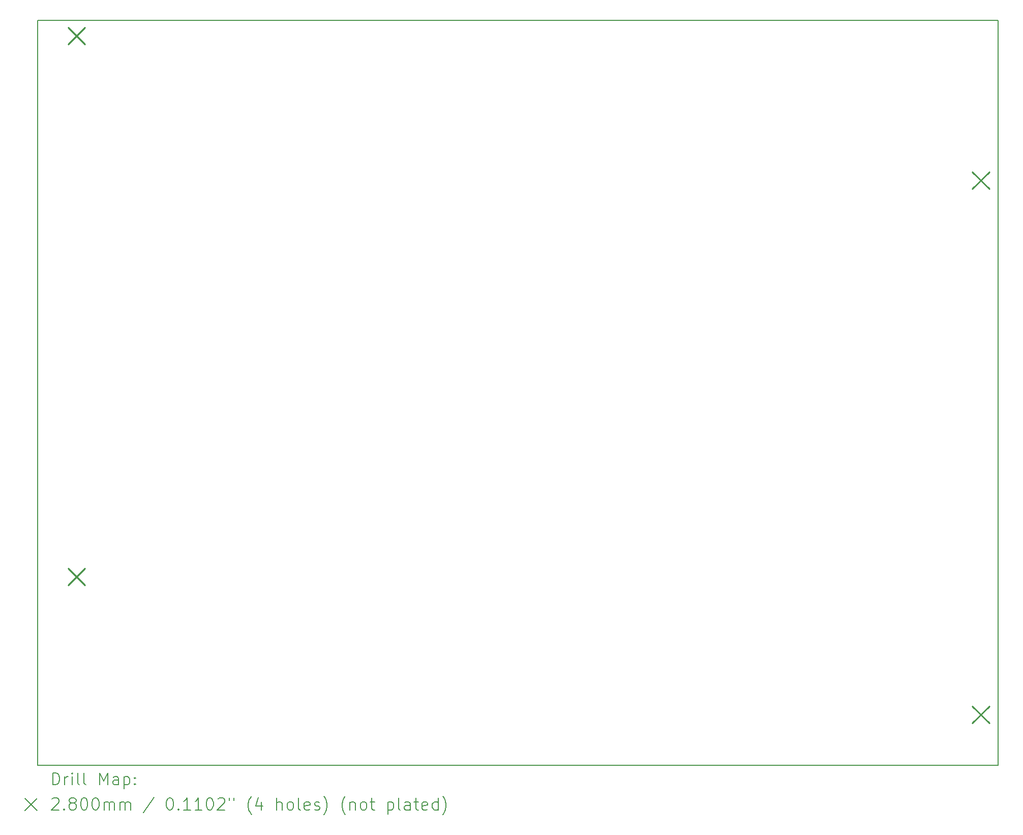
<source format=gbr>
%TF.GenerationSoftware,KiCad,Pcbnew,7.0.7*%
%TF.CreationDate,2023-10-18T15:04:27+01:00*%
%TF.ProjectId,CA80,43413830-2e6b-4696-9361-645f70636258,V1.0*%
%TF.SameCoordinates,Original*%
%TF.FileFunction,Drillmap*%
%TF.FilePolarity,Positive*%
%FSLAX45Y45*%
G04 Gerber Fmt 4.5, Leading zero omitted, Abs format (unit mm)*
G04 Created by KiCad (PCBNEW 7.0.7) date 2023-10-18 15:04:27*
%MOMM*%
%LPD*%
G01*
G04 APERTURE LIST*
%ADD10C,0.150000*%
%ADD11C,0.200000*%
%ADD12C,0.280000*%
G04 APERTURE END LIST*
D10*
X16000000Y12400000D02*
X16000000Y0D01*
X0Y12400000D02*
X16000000Y12400000D01*
X0Y0D02*
X0Y12400000D01*
X16000000Y0D02*
X0Y0D01*
D11*
D12*
X509000Y12278000D02*
X789000Y11998000D01*
X789000Y12278000D02*
X509000Y11998000D01*
X509000Y3278000D02*
X789000Y2998000D01*
X789000Y3278000D02*
X509000Y2998000D01*
X15569000Y9873000D02*
X15849000Y9593000D01*
X15849000Y9873000D02*
X15569000Y9593000D01*
X15569000Y983000D02*
X15849000Y703000D01*
X15849000Y983000D02*
X15569000Y703000D01*
D11*
X253277Y-318984D02*
X253277Y-118984D01*
X253277Y-118984D02*
X300896Y-118984D01*
X300896Y-118984D02*
X329467Y-128508D01*
X329467Y-128508D02*
X348515Y-147555D01*
X348515Y-147555D02*
X358039Y-166603D01*
X358039Y-166603D02*
X367562Y-204698D01*
X367562Y-204698D02*
X367562Y-233269D01*
X367562Y-233269D02*
X358039Y-271365D01*
X358039Y-271365D02*
X348515Y-290412D01*
X348515Y-290412D02*
X329467Y-309460D01*
X329467Y-309460D02*
X300896Y-318984D01*
X300896Y-318984D02*
X253277Y-318984D01*
X453277Y-318984D02*
X453277Y-185650D01*
X453277Y-223746D02*
X462801Y-204698D01*
X462801Y-204698D02*
X472324Y-195174D01*
X472324Y-195174D02*
X491372Y-185650D01*
X491372Y-185650D02*
X510420Y-185650D01*
X577086Y-318984D02*
X577086Y-185650D01*
X577086Y-118984D02*
X567563Y-128508D01*
X567563Y-128508D02*
X577086Y-138031D01*
X577086Y-138031D02*
X586610Y-128508D01*
X586610Y-128508D02*
X577086Y-118984D01*
X577086Y-118984D02*
X577086Y-138031D01*
X700896Y-318984D02*
X681848Y-309460D01*
X681848Y-309460D02*
X672324Y-290412D01*
X672324Y-290412D02*
X672324Y-118984D01*
X805658Y-318984D02*
X786610Y-309460D01*
X786610Y-309460D02*
X777086Y-290412D01*
X777086Y-290412D02*
X777086Y-118984D01*
X1034229Y-318984D02*
X1034229Y-118984D01*
X1034229Y-118984D02*
X1100896Y-261841D01*
X1100896Y-261841D02*
X1167563Y-118984D01*
X1167563Y-118984D02*
X1167563Y-318984D01*
X1348515Y-318984D02*
X1348515Y-214222D01*
X1348515Y-214222D02*
X1338991Y-195174D01*
X1338991Y-195174D02*
X1319944Y-185650D01*
X1319944Y-185650D02*
X1281848Y-185650D01*
X1281848Y-185650D02*
X1262801Y-195174D01*
X1348515Y-309460D02*
X1329467Y-318984D01*
X1329467Y-318984D02*
X1281848Y-318984D01*
X1281848Y-318984D02*
X1262801Y-309460D01*
X1262801Y-309460D02*
X1253277Y-290412D01*
X1253277Y-290412D02*
X1253277Y-271365D01*
X1253277Y-271365D02*
X1262801Y-252317D01*
X1262801Y-252317D02*
X1281848Y-242793D01*
X1281848Y-242793D02*
X1329467Y-242793D01*
X1329467Y-242793D02*
X1348515Y-233269D01*
X1443753Y-185650D02*
X1443753Y-385650D01*
X1443753Y-195174D02*
X1462801Y-185650D01*
X1462801Y-185650D02*
X1500896Y-185650D01*
X1500896Y-185650D02*
X1519943Y-195174D01*
X1519943Y-195174D02*
X1529467Y-204698D01*
X1529467Y-204698D02*
X1538991Y-223746D01*
X1538991Y-223746D02*
X1538991Y-280889D01*
X1538991Y-280889D02*
X1529467Y-299936D01*
X1529467Y-299936D02*
X1519943Y-309460D01*
X1519943Y-309460D02*
X1500896Y-318984D01*
X1500896Y-318984D02*
X1462801Y-318984D01*
X1462801Y-318984D02*
X1443753Y-309460D01*
X1624705Y-299936D02*
X1634229Y-309460D01*
X1634229Y-309460D02*
X1624705Y-318984D01*
X1624705Y-318984D02*
X1615182Y-309460D01*
X1615182Y-309460D02*
X1624705Y-299936D01*
X1624705Y-299936D02*
X1624705Y-318984D01*
X1624705Y-195174D02*
X1634229Y-204698D01*
X1634229Y-204698D02*
X1624705Y-214222D01*
X1624705Y-214222D02*
X1615182Y-204698D01*
X1615182Y-204698D02*
X1624705Y-195174D01*
X1624705Y-195174D02*
X1624705Y-214222D01*
X-207500Y-547500D02*
X-7500Y-747500D01*
X-7500Y-547500D02*
X-207500Y-747500D01*
X243753Y-558031D02*
X253277Y-548508D01*
X253277Y-548508D02*
X272324Y-538984D01*
X272324Y-538984D02*
X319944Y-538984D01*
X319944Y-538984D02*
X338991Y-548508D01*
X338991Y-548508D02*
X348515Y-558031D01*
X348515Y-558031D02*
X358039Y-577079D01*
X358039Y-577079D02*
X358039Y-596127D01*
X358039Y-596127D02*
X348515Y-624698D01*
X348515Y-624698D02*
X234229Y-738984D01*
X234229Y-738984D02*
X358039Y-738984D01*
X443753Y-719936D02*
X453277Y-729460D01*
X453277Y-729460D02*
X443753Y-738984D01*
X443753Y-738984D02*
X434229Y-729460D01*
X434229Y-729460D02*
X443753Y-719936D01*
X443753Y-719936D02*
X443753Y-738984D01*
X567563Y-624698D02*
X548515Y-615174D01*
X548515Y-615174D02*
X538991Y-605650D01*
X538991Y-605650D02*
X529467Y-586603D01*
X529467Y-586603D02*
X529467Y-577079D01*
X529467Y-577079D02*
X538991Y-558031D01*
X538991Y-558031D02*
X548515Y-548508D01*
X548515Y-548508D02*
X567563Y-538984D01*
X567563Y-538984D02*
X605658Y-538984D01*
X605658Y-538984D02*
X624705Y-548508D01*
X624705Y-548508D02*
X634229Y-558031D01*
X634229Y-558031D02*
X643753Y-577079D01*
X643753Y-577079D02*
X643753Y-586603D01*
X643753Y-586603D02*
X634229Y-605650D01*
X634229Y-605650D02*
X624705Y-615174D01*
X624705Y-615174D02*
X605658Y-624698D01*
X605658Y-624698D02*
X567563Y-624698D01*
X567563Y-624698D02*
X548515Y-634222D01*
X548515Y-634222D02*
X538991Y-643746D01*
X538991Y-643746D02*
X529467Y-662793D01*
X529467Y-662793D02*
X529467Y-700888D01*
X529467Y-700888D02*
X538991Y-719936D01*
X538991Y-719936D02*
X548515Y-729460D01*
X548515Y-729460D02*
X567563Y-738984D01*
X567563Y-738984D02*
X605658Y-738984D01*
X605658Y-738984D02*
X624705Y-729460D01*
X624705Y-729460D02*
X634229Y-719936D01*
X634229Y-719936D02*
X643753Y-700888D01*
X643753Y-700888D02*
X643753Y-662793D01*
X643753Y-662793D02*
X634229Y-643746D01*
X634229Y-643746D02*
X624705Y-634222D01*
X624705Y-634222D02*
X605658Y-624698D01*
X767562Y-538984D02*
X786610Y-538984D01*
X786610Y-538984D02*
X805658Y-548508D01*
X805658Y-548508D02*
X815182Y-558031D01*
X815182Y-558031D02*
X824705Y-577079D01*
X824705Y-577079D02*
X834229Y-615174D01*
X834229Y-615174D02*
X834229Y-662793D01*
X834229Y-662793D02*
X824705Y-700888D01*
X824705Y-700888D02*
X815182Y-719936D01*
X815182Y-719936D02*
X805658Y-729460D01*
X805658Y-729460D02*
X786610Y-738984D01*
X786610Y-738984D02*
X767562Y-738984D01*
X767562Y-738984D02*
X748515Y-729460D01*
X748515Y-729460D02*
X738991Y-719936D01*
X738991Y-719936D02*
X729467Y-700888D01*
X729467Y-700888D02*
X719943Y-662793D01*
X719943Y-662793D02*
X719943Y-615174D01*
X719943Y-615174D02*
X729467Y-577079D01*
X729467Y-577079D02*
X738991Y-558031D01*
X738991Y-558031D02*
X748515Y-548508D01*
X748515Y-548508D02*
X767562Y-538984D01*
X958039Y-538984D02*
X977086Y-538984D01*
X977086Y-538984D02*
X996134Y-548508D01*
X996134Y-548508D02*
X1005658Y-558031D01*
X1005658Y-558031D02*
X1015182Y-577079D01*
X1015182Y-577079D02*
X1024705Y-615174D01*
X1024705Y-615174D02*
X1024705Y-662793D01*
X1024705Y-662793D02*
X1015182Y-700888D01*
X1015182Y-700888D02*
X1005658Y-719936D01*
X1005658Y-719936D02*
X996134Y-729460D01*
X996134Y-729460D02*
X977086Y-738984D01*
X977086Y-738984D02*
X958039Y-738984D01*
X958039Y-738984D02*
X938991Y-729460D01*
X938991Y-729460D02*
X929467Y-719936D01*
X929467Y-719936D02*
X919943Y-700888D01*
X919943Y-700888D02*
X910420Y-662793D01*
X910420Y-662793D02*
X910420Y-615174D01*
X910420Y-615174D02*
X919943Y-577079D01*
X919943Y-577079D02*
X929467Y-558031D01*
X929467Y-558031D02*
X938991Y-548508D01*
X938991Y-548508D02*
X958039Y-538984D01*
X1110420Y-738984D02*
X1110420Y-605650D01*
X1110420Y-624698D02*
X1119944Y-615174D01*
X1119944Y-615174D02*
X1138991Y-605650D01*
X1138991Y-605650D02*
X1167563Y-605650D01*
X1167563Y-605650D02*
X1186610Y-615174D01*
X1186610Y-615174D02*
X1196134Y-634222D01*
X1196134Y-634222D02*
X1196134Y-738984D01*
X1196134Y-634222D02*
X1205658Y-615174D01*
X1205658Y-615174D02*
X1224705Y-605650D01*
X1224705Y-605650D02*
X1253277Y-605650D01*
X1253277Y-605650D02*
X1272325Y-615174D01*
X1272325Y-615174D02*
X1281848Y-634222D01*
X1281848Y-634222D02*
X1281848Y-738984D01*
X1377086Y-738984D02*
X1377086Y-605650D01*
X1377086Y-624698D02*
X1386610Y-615174D01*
X1386610Y-615174D02*
X1405658Y-605650D01*
X1405658Y-605650D02*
X1434229Y-605650D01*
X1434229Y-605650D02*
X1453277Y-615174D01*
X1453277Y-615174D02*
X1462801Y-634222D01*
X1462801Y-634222D02*
X1462801Y-738984D01*
X1462801Y-634222D02*
X1472324Y-615174D01*
X1472324Y-615174D02*
X1491372Y-605650D01*
X1491372Y-605650D02*
X1519943Y-605650D01*
X1519943Y-605650D02*
X1538991Y-615174D01*
X1538991Y-615174D02*
X1548515Y-634222D01*
X1548515Y-634222D02*
X1548515Y-738984D01*
X1938991Y-529460D02*
X1767563Y-786603D01*
X2196134Y-538984D02*
X2215182Y-538984D01*
X2215182Y-538984D02*
X2234229Y-548508D01*
X2234229Y-548508D02*
X2243753Y-558031D01*
X2243753Y-558031D02*
X2253277Y-577079D01*
X2253277Y-577079D02*
X2262801Y-615174D01*
X2262801Y-615174D02*
X2262801Y-662793D01*
X2262801Y-662793D02*
X2253277Y-700888D01*
X2253277Y-700888D02*
X2243753Y-719936D01*
X2243753Y-719936D02*
X2234229Y-729460D01*
X2234229Y-729460D02*
X2215182Y-738984D01*
X2215182Y-738984D02*
X2196134Y-738984D01*
X2196134Y-738984D02*
X2177087Y-729460D01*
X2177087Y-729460D02*
X2167563Y-719936D01*
X2167563Y-719936D02*
X2158039Y-700888D01*
X2158039Y-700888D02*
X2148515Y-662793D01*
X2148515Y-662793D02*
X2148515Y-615174D01*
X2148515Y-615174D02*
X2158039Y-577079D01*
X2158039Y-577079D02*
X2167563Y-558031D01*
X2167563Y-558031D02*
X2177087Y-548508D01*
X2177087Y-548508D02*
X2196134Y-538984D01*
X2348515Y-719936D02*
X2358039Y-729460D01*
X2358039Y-729460D02*
X2348515Y-738984D01*
X2348515Y-738984D02*
X2338991Y-729460D01*
X2338991Y-729460D02*
X2348515Y-719936D01*
X2348515Y-719936D02*
X2348515Y-738984D01*
X2548515Y-738984D02*
X2434229Y-738984D01*
X2491372Y-738984D02*
X2491372Y-538984D01*
X2491372Y-538984D02*
X2472325Y-567555D01*
X2472325Y-567555D02*
X2453277Y-586603D01*
X2453277Y-586603D02*
X2434229Y-596127D01*
X2738991Y-738984D02*
X2624706Y-738984D01*
X2681848Y-738984D02*
X2681848Y-538984D01*
X2681848Y-538984D02*
X2662801Y-567555D01*
X2662801Y-567555D02*
X2643753Y-586603D01*
X2643753Y-586603D02*
X2624706Y-596127D01*
X2862801Y-538984D02*
X2881848Y-538984D01*
X2881848Y-538984D02*
X2900896Y-548508D01*
X2900896Y-548508D02*
X2910420Y-558031D01*
X2910420Y-558031D02*
X2919944Y-577079D01*
X2919944Y-577079D02*
X2929467Y-615174D01*
X2929467Y-615174D02*
X2929467Y-662793D01*
X2929467Y-662793D02*
X2919944Y-700888D01*
X2919944Y-700888D02*
X2910420Y-719936D01*
X2910420Y-719936D02*
X2900896Y-729460D01*
X2900896Y-729460D02*
X2881848Y-738984D01*
X2881848Y-738984D02*
X2862801Y-738984D01*
X2862801Y-738984D02*
X2843753Y-729460D01*
X2843753Y-729460D02*
X2834229Y-719936D01*
X2834229Y-719936D02*
X2824706Y-700888D01*
X2824706Y-700888D02*
X2815182Y-662793D01*
X2815182Y-662793D02*
X2815182Y-615174D01*
X2815182Y-615174D02*
X2824706Y-577079D01*
X2824706Y-577079D02*
X2834229Y-558031D01*
X2834229Y-558031D02*
X2843753Y-548508D01*
X2843753Y-548508D02*
X2862801Y-538984D01*
X3005658Y-558031D02*
X3015182Y-548508D01*
X3015182Y-548508D02*
X3034229Y-538984D01*
X3034229Y-538984D02*
X3081848Y-538984D01*
X3081848Y-538984D02*
X3100896Y-548508D01*
X3100896Y-548508D02*
X3110420Y-558031D01*
X3110420Y-558031D02*
X3119944Y-577079D01*
X3119944Y-577079D02*
X3119944Y-596127D01*
X3119944Y-596127D02*
X3110420Y-624698D01*
X3110420Y-624698D02*
X2996134Y-738984D01*
X2996134Y-738984D02*
X3119944Y-738984D01*
X3196134Y-538984D02*
X3196134Y-577079D01*
X3272325Y-538984D02*
X3272325Y-577079D01*
X3567563Y-815174D02*
X3558039Y-805650D01*
X3558039Y-805650D02*
X3538991Y-777079D01*
X3538991Y-777079D02*
X3529468Y-758031D01*
X3529468Y-758031D02*
X3519944Y-729460D01*
X3519944Y-729460D02*
X3510420Y-681841D01*
X3510420Y-681841D02*
X3510420Y-643746D01*
X3510420Y-643746D02*
X3519944Y-596127D01*
X3519944Y-596127D02*
X3529468Y-567555D01*
X3529468Y-567555D02*
X3538991Y-548508D01*
X3538991Y-548508D02*
X3558039Y-519936D01*
X3558039Y-519936D02*
X3567563Y-510412D01*
X3729468Y-605650D02*
X3729468Y-738984D01*
X3681848Y-529460D02*
X3634229Y-672317D01*
X3634229Y-672317D02*
X3758039Y-672317D01*
X3986610Y-738984D02*
X3986610Y-538984D01*
X4072325Y-738984D02*
X4072325Y-634222D01*
X4072325Y-634222D02*
X4062801Y-615174D01*
X4062801Y-615174D02*
X4043753Y-605650D01*
X4043753Y-605650D02*
X4015182Y-605650D01*
X4015182Y-605650D02*
X3996134Y-615174D01*
X3996134Y-615174D02*
X3986610Y-624698D01*
X4196134Y-738984D02*
X4177087Y-729460D01*
X4177087Y-729460D02*
X4167563Y-719936D01*
X4167563Y-719936D02*
X4158039Y-700888D01*
X4158039Y-700888D02*
X4158039Y-643746D01*
X4158039Y-643746D02*
X4167563Y-624698D01*
X4167563Y-624698D02*
X4177087Y-615174D01*
X4177087Y-615174D02*
X4196134Y-605650D01*
X4196134Y-605650D02*
X4224706Y-605650D01*
X4224706Y-605650D02*
X4243753Y-615174D01*
X4243753Y-615174D02*
X4253277Y-624698D01*
X4253277Y-624698D02*
X4262801Y-643746D01*
X4262801Y-643746D02*
X4262801Y-700888D01*
X4262801Y-700888D02*
X4253277Y-719936D01*
X4253277Y-719936D02*
X4243753Y-729460D01*
X4243753Y-729460D02*
X4224706Y-738984D01*
X4224706Y-738984D02*
X4196134Y-738984D01*
X4377087Y-738984D02*
X4358039Y-729460D01*
X4358039Y-729460D02*
X4348515Y-710412D01*
X4348515Y-710412D02*
X4348515Y-538984D01*
X4529468Y-729460D02*
X4510420Y-738984D01*
X4510420Y-738984D02*
X4472325Y-738984D01*
X4472325Y-738984D02*
X4453277Y-729460D01*
X4453277Y-729460D02*
X4443753Y-710412D01*
X4443753Y-710412D02*
X4443753Y-634222D01*
X4443753Y-634222D02*
X4453277Y-615174D01*
X4453277Y-615174D02*
X4472325Y-605650D01*
X4472325Y-605650D02*
X4510420Y-605650D01*
X4510420Y-605650D02*
X4529468Y-615174D01*
X4529468Y-615174D02*
X4538992Y-634222D01*
X4538992Y-634222D02*
X4538992Y-653270D01*
X4538992Y-653270D02*
X4443753Y-672317D01*
X4615182Y-729460D02*
X4634230Y-738984D01*
X4634230Y-738984D02*
X4672325Y-738984D01*
X4672325Y-738984D02*
X4691373Y-729460D01*
X4691373Y-729460D02*
X4700896Y-710412D01*
X4700896Y-710412D02*
X4700896Y-700888D01*
X4700896Y-700888D02*
X4691373Y-681841D01*
X4691373Y-681841D02*
X4672325Y-672317D01*
X4672325Y-672317D02*
X4643753Y-672317D01*
X4643753Y-672317D02*
X4624706Y-662793D01*
X4624706Y-662793D02*
X4615182Y-643746D01*
X4615182Y-643746D02*
X4615182Y-634222D01*
X4615182Y-634222D02*
X4624706Y-615174D01*
X4624706Y-615174D02*
X4643753Y-605650D01*
X4643753Y-605650D02*
X4672325Y-605650D01*
X4672325Y-605650D02*
X4691373Y-615174D01*
X4767563Y-815174D02*
X4777087Y-805650D01*
X4777087Y-805650D02*
X4796134Y-777079D01*
X4796134Y-777079D02*
X4805658Y-758031D01*
X4805658Y-758031D02*
X4815182Y-729460D01*
X4815182Y-729460D02*
X4824706Y-681841D01*
X4824706Y-681841D02*
X4824706Y-643746D01*
X4824706Y-643746D02*
X4815182Y-596127D01*
X4815182Y-596127D02*
X4805658Y-567555D01*
X4805658Y-567555D02*
X4796134Y-548508D01*
X4796134Y-548508D02*
X4777087Y-519936D01*
X4777087Y-519936D02*
X4767563Y-510412D01*
X5129468Y-815174D02*
X5119944Y-805650D01*
X5119944Y-805650D02*
X5100896Y-777079D01*
X5100896Y-777079D02*
X5091373Y-758031D01*
X5091373Y-758031D02*
X5081849Y-729460D01*
X5081849Y-729460D02*
X5072325Y-681841D01*
X5072325Y-681841D02*
X5072325Y-643746D01*
X5072325Y-643746D02*
X5081849Y-596127D01*
X5081849Y-596127D02*
X5091373Y-567555D01*
X5091373Y-567555D02*
X5100896Y-548508D01*
X5100896Y-548508D02*
X5119944Y-519936D01*
X5119944Y-519936D02*
X5129468Y-510412D01*
X5205658Y-605650D02*
X5205658Y-738984D01*
X5205658Y-624698D02*
X5215182Y-615174D01*
X5215182Y-615174D02*
X5234230Y-605650D01*
X5234230Y-605650D02*
X5262801Y-605650D01*
X5262801Y-605650D02*
X5281849Y-615174D01*
X5281849Y-615174D02*
X5291373Y-634222D01*
X5291373Y-634222D02*
X5291373Y-738984D01*
X5415182Y-738984D02*
X5396134Y-729460D01*
X5396134Y-729460D02*
X5386611Y-719936D01*
X5386611Y-719936D02*
X5377087Y-700888D01*
X5377087Y-700888D02*
X5377087Y-643746D01*
X5377087Y-643746D02*
X5386611Y-624698D01*
X5386611Y-624698D02*
X5396134Y-615174D01*
X5396134Y-615174D02*
X5415182Y-605650D01*
X5415182Y-605650D02*
X5443754Y-605650D01*
X5443754Y-605650D02*
X5462801Y-615174D01*
X5462801Y-615174D02*
X5472325Y-624698D01*
X5472325Y-624698D02*
X5481849Y-643746D01*
X5481849Y-643746D02*
X5481849Y-700888D01*
X5481849Y-700888D02*
X5472325Y-719936D01*
X5472325Y-719936D02*
X5462801Y-729460D01*
X5462801Y-729460D02*
X5443754Y-738984D01*
X5443754Y-738984D02*
X5415182Y-738984D01*
X5538992Y-605650D02*
X5615182Y-605650D01*
X5567563Y-538984D02*
X5567563Y-710412D01*
X5567563Y-710412D02*
X5577087Y-729460D01*
X5577087Y-729460D02*
X5596134Y-738984D01*
X5596134Y-738984D02*
X5615182Y-738984D01*
X5834230Y-605650D02*
X5834230Y-805650D01*
X5834230Y-615174D02*
X5853277Y-605650D01*
X5853277Y-605650D02*
X5891373Y-605650D01*
X5891373Y-605650D02*
X5910420Y-615174D01*
X5910420Y-615174D02*
X5919944Y-624698D01*
X5919944Y-624698D02*
X5929468Y-643746D01*
X5929468Y-643746D02*
X5929468Y-700888D01*
X5929468Y-700888D02*
X5919944Y-719936D01*
X5919944Y-719936D02*
X5910420Y-729460D01*
X5910420Y-729460D02*
X5891373Y-738984D01*
X5891373Y-738984D02*
X5853277Y-738984D01*
X5853277Y-738984D02*
X5834230Y-729460D01*
X6043753Y-738984D02*
X6024706Y-729460D01*
X6024706Y-729460D02*
X6015182Y-710412D01*
X6015182Y-710412D02*
X6015182Y-538984D01*
X6205658Y-738984D02*
X6205658Y-634222D01*
X6205658Y-634222D02*
X6196134Y-615174D01*
X6196134Y-615174D02*
X6177087Y-605650D01*
X6177087Y-605650D02*
X6138992Y-605650D01*
X6138992Y-605650D02*
X6119944Y-615174D01*
X6205658Y-729460D02*
X6186611Y-738984D01*
X6186611Y-738984D02*
X6138992Y-738984D01*
X6138992Y-738984D02*
X6119944Y-729460D01*
X6119944Y-729460D02*
X6110420Y-710412D01*
X6110420Y-710412D02*
X6110420Y-691365D01*
X6110420Y-691365D02*
X6119944Y-672317D01*
X6119944Y-672317D02*
X6138992Y-662793D01*
X6138992Y-662793D02*
X6186611Y-662793D01*
X6186611Y-662793D02*
X6205658Y-653270D01*
X6272325Y-605650D02*
X6348515Y-605650D01*
X6300896Y-538984D02*
X6300896Y-710412D01*
X6300896Y-710412D02*
X6310420Y-729460D01*
X6310420Y-729460D02*
X6329468Y-738984D01*
X6329468Y-738984D02*
X6348515Y-738984D01*
X6491373Y-729460D02*
X6472325Y-738984D01*
X6472325Y-738984D02*
X6434230Y-738984D01*
X6434230Y-738984D02*
X6415182Y-729460D01*
X6415182Y-729460D02*
X6405658Y-710412D01*
X6405658Y-710412D02*
X6405658Y-634222D01*
X6405658Y-634222D02*
X6415182Y-615174D01*
X6415182Y-615174D02*
X6434230Y-605650D01*
X6434230Y-605650D02*
X6472325Y-605650D01*
X6472325Y-605650D02*
X6491373Y-615174D01*
X6491373Y-615174D02*
X6500896Y-634222D01*
X6500896Y-634222D02*
X6500896Y-653270D01*
X6500896Y-653270D02*
X6405658Y-672317D01*
X6672325Y-738984D02*
X6672325Y-538984D01*
X6672325Y-729460D02*
X6653277Y-738984D01*
X6653277Y-738984D02*
X6615182Y-738984D01*
X6615182Y-738984D02*
X6596134Y-729460D01*
X6596134Y-729460D02*
X6586611Y-719936D01*
X6586611Y-719936D02*
X6577087Y-700888D01*
X6577087Y-700888D02*
X6577087Y-643746D01*
X6577087Y-643746D02*
X6586611Y-624698D01*
X6586611Y-624698D02*
X6596134Y-615174D01*
X6596134Y-615174D02*
X6615182Y-605650D01*
X6615182Y-605650D02*
X6653277Y-605650D01*
X6653277Y-605650D02*
X6672325Y-615174D01*
X6748515Y-815174D02*
X6758039Y-805650D01*
X6758039Y-805650D02*
X6777087Y-777079D01*
X6777087Y-777079D02*
X6786611Y-758031D01*
X6786611Y-758031D02*
X6796134Y-729460D01*
X6796134Y-729460D02*
X6805658Y-681841D01*
X6805658Y-681841D02*
X6805658Y-643746D01*
X6805658Y-643746D02*
X6796134Y-596127D01*
X6796134Y-596127D02*
X6786611Y-567555D01*
X6786611Y-567555D02*
X6777087Y-548508D01*
X6777087Y-548508D02*
X6758039Y-519936D01*
X6758039Y-519936D02*
X6748515Y-510412D01*
M02*

</source>
